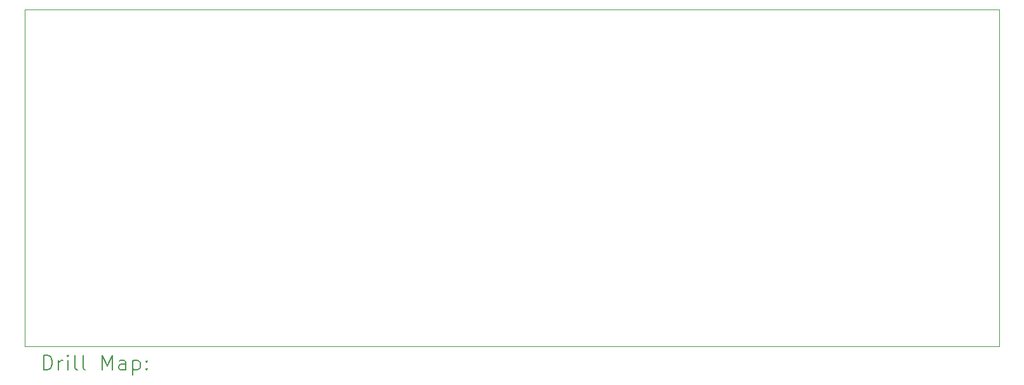
<source format=gbr>
%TF.GenerationSoftware,KiCad,Pcbnew,(6.0.11-0)*%
%TF.CreationDate,2023-02-15T22:41:09-07:00*%
%TF.ProjectId,gamepad,67616d65-7061-4642-9e6b-696361645f70,rev?*%
%TF.SameCoordinates,Original*%
%TF.FileFunction,Drillmap*%
%TF.FilePolarity,Positive*%
%FSLAX45Y45*%
G04 Gerber Fmt 4.5, Leading zero omitted, Abs format (unit mm)*
G04 Created by KiCad (PCBNEW (6.0.11-0)) date 2023-02-15 22:41:09*
%MOMM*%
%LPD*%
G01*
G04 APERTURE LIST*
%ADD10C,0.100000*%
%ADD11C,0.200000*%
G04 APERTURE END LIST*
D10*
X10000000Y-10000000D02*
X23000000Y-10000000D01*
X23000000Y-10000000D02*
X23000000Y-14500000D01*
X23000000Y-14500000D02*
X10000000Y-14500000D01*
X10000000Y-14500000D02*
X10000000Y-10000000D01*
D11*
X10252619Y-14815476D02*
X10252619Y-14615476D01*
X10300238Y-14615476D01*
X10328810Y-14625000D01*
X10347857Y-14644048D01*
X10357381Y-14663095D01*
X10366905Y-14701190D01*
X10366905Y-14729762D01*
X10357381Y-14767857D01*
X10347857Y-14786905D01*
X10328810Y-14805952D01*
X10300238Y-14815476D01*
X10252619Y-14815476D01*
X10452619Y-14815476D02*
X10452619Y-14682143D01*
X10452619Y-14720238D02*
X10462143Y-14701190D01*
X10471667Y-14691667D01*
X10490714Y-14682143D01*
X10509762Y-14682143D01*
X10576429Y-14815476D02*
X10576429Y-14682143D01*
X10576429Y-14615476D02*
X10566905Y-14625000D01*
X10576429Y-14634524D01*
X10585952Y-14625000D01*
X10576429Y-14615476D01*
X10576429Y-14634524D01*
X10700238Y-14815476D02*
X10681190Y-14805952D01*
X10671667Y-14786905D01*
X10671667Y-14615476D01*
X10805000Y-14815476D02*
X10785952Y-14805952D01*
X10776429Y-14786905D01*
X10776429Y-14615476D01*
X11033571Y-14815476D02*
X11033571Y-14615476D01*
X11100238Y-14758333D01*
X11166905Y-14615476D01*
X11166905Y-14815476D01*
X11347857Y-14815476D02*
X11347857Y-14710714D01*
X11338333Y-14691667D01*
X11319286Y-14682143D01*
X11281190Y-14682143D01*
X11262143Y-14691667D01*
X11347857Y-14805952D02*
X11328809Y-14815476D01*
X11281190Y-14815476D01*
X11262143Y-14805952D01*
X11252619Y-14786905D01*
X11252619Y-14767857D01*
X11262143Y-14748809D01*
X11281190Y-14739286D01*
X11328809Y-14739286D01*
X11347857Y-14729762D01*
X11443095Y-14682143D02*
X11443095Y-14882143D01*
X11443095Y-14691667D02*
X11462143Y-14682143D01*
X11500238Y-14682143D01*
X11519286Y-14691667D01*
X11528809Y-14701190D01*
X11538333Y-14720238D01*
X11538333Y-14777381D01*
X11528809Y-14796428D01*
X11519286Y-14805952D01*
X11500238Y-14815476D01*
X11462143Y-14815476D01*
X11443095Y-14805952D01*
X11624048Y-14796428D02*
X11633571Y-14805952D01*
X11624048Y-14815476D01*
X11614524Y-14805952D01*
X11624048Y-14796428D01*
X11624048Y-14815476D01*
X11624048Y-14691667D02*
X11633571Y-14701190D01*
X11624048Y-14710714D01*
X11614524Y-14701190D01*
X11624048Y-14691667D01*
X11624048Y-14710714D01*
M02*

</source>
